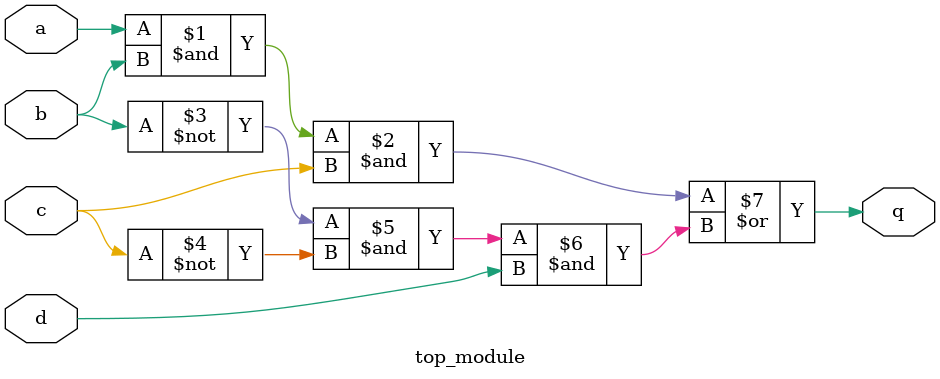
<source format=sv>
module top_module (
  input a, 
  input b, 
  input c, 
  input d,
  output q
);
	assign q = (a & b & c) | (~b & ~c & d);
endmodule

</source>
